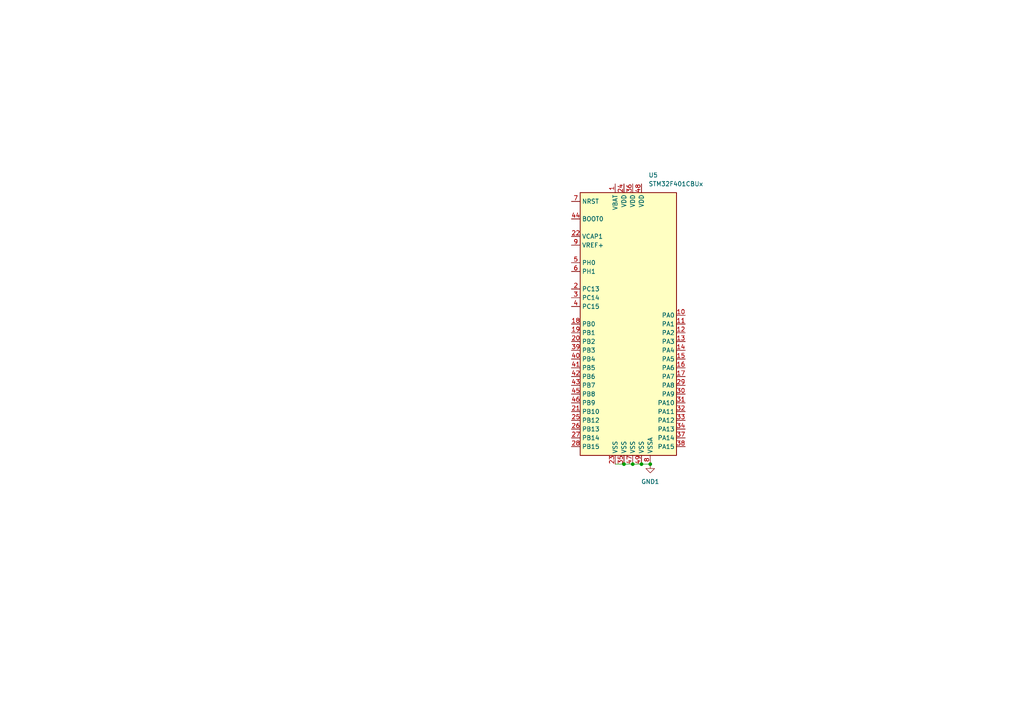
<source format=kicad_sch>
(kicad_sch (version 20211123) (generator eeschema)
  (paper "A4")
  (lib_symbols
    (symbol "MCU_ST_STM32F4:STM32F401CBUx"
      (property "Reference" "U" (at -15.24 39.37 0))
      (property "Value" "STM32F401CBUx" (at 5.08 39.37 0))
      (symbol "STM32F401CBUx_0_1"
        (rectangle (start -15.24 -38.1) (end 12.7 38.1) (stroke (width 0.254)) (fill (type background)))
      )
      (symbol "STM32F401CBUx_1_1"
        (pin power_in line (at -5.08 40.64 270) (length 2.54) (name "VBAT") (number "1"))
        (pin bidirectional line (at 15.24 2.54 180) (length 2.54) (name "PA0") (number "10"))
        (pin bidirectional line (at 15.24 0 180) (length 2.54) (name "PA1") (number "11"))
        (pin bidirectional line (at 15.24 -2.54 180) (length 2.54) (name "PA2") (number "12"))
        (pin bidirectional line (at 15.24 -5.08 180) (length 2.54) (name "PA3") (number "13"))
        (pin bidirectional line (at 15.24 -7.62 180) (length 2.54) (name "PA4") (number "14"))
        (pin bidirectional line (at 15.24 -10.16 180) (length 2.54) (name "PA5") (number "15"))
        (pin bidirectional line (at 15.24 -12.7 180) (length 2.54) (name "PA6") (number "16"))
        (pin bidirectional line (at 15.24 -15.24 180) (length 2.54) (name "PA7") (number "17"))
        (pin bidirectional line (at -17.78 0 0) (length 2.54) (name "PB0") (number "18"))
        (pin bidirectional line (at -17.78 -2.54 0) (length 2.54) (name "PB1") (number "19"))
        (pin bidirectional line (at -17.78 10.16 0) (length 2.54) (name "PC13") (number "2"))
        (pin bidirectional line (at -17.78 -5.08 0) (length 2.54) (name "PB2") (number "20"))
        (pin bidirectional line (at -17.78 -25.4 0) (length 2.54) (name "PB10") (number "21"))
        (pin power_in line (at -17.78 25.4 0) (length 2.54) (name "VCAP1") (number "22"))
        (pin power_in line (at -5.08 -40.64 90) (length 2.54) (name "VSS") (number "23"))
        (pin power_in line (at -2.54 40.64 270) (length 2.54) (name "VDD") (number "24"))
        (pin bidirectional line (at -17.78 -27.94 0) (length 2.54) (name "PB12") (number "25"))
        (pin bidirectional line (at -17.78 -30.48 0) (length 2.54) (name "PB13") (number "26"))
        (pin bidirectional line (at -17.78 -33.02 0) (length 2.54) (name "PB14") (number "27"))
        (pin bidirectional line (at -17.78 -35.56 0) (length 2.54) (name "PB15") (number "28"))
        (pin bidirectional line (at 15.24 -17.78 180) (length 2.54) (name "PA8") (number "29"))
        (pin bidirectional line (at -17.78 7.62 0) (length 2.54) (name "PC14") (number "3"))
        (pin bidirectional line (at 15.24 -20.32 180) (length 2.54) (name "PA9") (number "30"))
        (pin bidirectional line (at 15.24 -22.86 180) (length 2.54) (name "PA10") (number "31"))
        (pin bidirectional line (at 15.24 -25.4 180) (length 2.54) (name "PA11") (number "32"))
        (pin bidirectional line (at 15.24 -27.94 180) (length 2.54) (name "PA12") (number "33"))
        (pin bidirectional line (at 15.24 -30.48 180) (length 2.54) (name "PA13") (number "34"))
        (pin power_in line (at -2.54 -40.64 90) (length 2.54) (name "VSS") (number "35"))
        (pin power_in line (at 0 40.64 270) (length 2.54) (name "VDD") (number "36"))
        (pin bidirectional line (at 15.24 -33.02 180) (length 2.54) (name "PA14") (number "37"))
        (pin bidirectional line (at 15.24 -35.56 180) (length 2.54) (name "PA15") (number "38"))
        (pin bidirectional line (at -17.78 -7.62 0) (length 2.54) (name "PB3") (number "39"))
        (pin bidirectional line (at -17.78 5.08 0) (length 2.54) (name "PC15") (number "4"))
        (pin bidirectional line (at -17.78 -10.16 0) (length 2.54) (name "PB4") (number "40"))
        (pin bidirectional line (at -17.78 -12.7 0) (length 2.54) (name "PB5") (number "41"))
        (pin bidirectional line (at -17.78 -15.24 0) (length 2.54) (name "PB6") (number "42"))
        (pin bidirectional line (at -17.78 -17.78 0) (length 2.54) (name "PB7") (number "43"))
        (pin input line (at -17.78 30.48 0) (length 2.54) (name "BOOT0") (number "44"))
        (pin bidirectional line (at -17.78 -20.32 0) (length 2.54) (name "PB8") (number "45"))
        (pin bidirectional line (at -17.78 -22.86 0) (length 2.54) (name "PB9") (number "46"))
        (pin power_in line (at 0 -40.64 90) (length 2.54) (name "VSS") (number "47"))
        (pin power_in line (at 2.54 40.64 270) (length 2.54) (name "VDD") (number "48"))
        (pin power_in line (at 2.54 -40.64 90) (length 2.54) (name "VSS") (number "49"))
        (pin input line (at -17.78 17.78 0) (length 2.54) (name "PH0") (number "5"))
        (pin input line (at -17.78 15.24 0) (length 2.54) (name "PH1") (number "6"))
        (pin input line (at -17.78 35.56 0) (length 2.54) (name "NRST") (number "7"))
        (pin power_in line (at 5.08 -40.64 90) (length 2.54) (name "VSSA") (number "8"))
        (pin power_in line (at -17.78 22.86 0) (length 2.54) (name "VREF+") (number "9"))
      )
    )
    (symbol "power:GND1" (power) (pin_names (offset 0))
      (property "Value" "GND1" (at 0 -3.81 0))
      (symbol "GND1_0_1"
        (polyline (pts (xy 0 0) (xy 0 -1.27) (xy 1.27 -1.27) (xy 0 -2.54) (xy -1.27 -1.27) (xy 0 -1.27)))
      )
      (symbol "GND1_1_1"
        (pin power_in line (at 0 0 270) (length 0) hide (name "GND1") (number "1"))
      )
    )
  )
  (junction (at 183.515 134.62))
  (junction (at 188.595 134.62))
  (junction (at 180.975 134.62))
  (junction (at 186.055 134.62))
  (wire (pts (xy 180.975 134.62) (xy 183.515 134.62)))
  (wire (pts (xy 186.055 134.62) (xy 188.595 134.62)))
  (wire (pts (xy 183.515 134.62) (xy 186.055 134.62)))
  (wire (pts (xy 178.435 134.62) (xy 180.975 134.62)))
  (symbol (lib_id "power:GND1") (at 188.595 134.62 0) (unit 1)
    (property "Reference" "#PWR084" (effects hide))
    (property "Value" "GND1" (at 188.595 139.7 0))
  )
  (symbol (lib_id "MCU_ST_STM32F4:STM32F401CBUx") (at 183.515 93.98 0) (unit 1)
    (property "Reference" "U5" (at 188.0744 50.8 0) (effects (justify left)))
    (property "Value" "STM32F401CBUx" (at 188.0744 53.34 0) (effects (justify left)))
    (property "Footprint" "Package_DFN_QFN:QFN-48-1EP_7x7mm_P0.5mm_EP5.6x5.6mm" (effects hide))
    (property "Datasheet" "http://www.st.com/st-web-ui/static/active/en/resource/technical/document/datasheet/DM00086815.pdf" (effects hide))
  )
)
</source>
